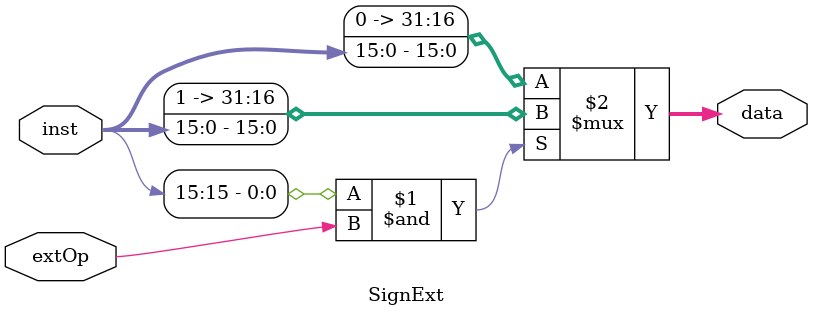
<source format=v>
`timescale 1ns / 1ps
module SignExt (
    input[15:0] inst,
    input extOp,
    output[31:0] data
);

assign data = inst[15:15] & extOp ? {16'hffff, inst}:{16'h0000, inst};
    
endmodule
</source>
